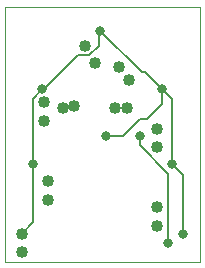
<source format=gbl>
G75*
%MOIN*%
%OFA0B0*%
%FSLAX24Y24*%
%IPPOS*%
%LPD*%
%AMOC8*
5,1,8,0,0,1.08239X$1,22.5*
%
%ADD10C,0.0000*%
%ADD11C,0.0400*%
%ADD12C,0.0317*%
%ADD13C,0.0060*%
D10*
X002392Y002517D02*
X002392Y011017D01*
X008892Y011017D01*
X008892Y002517D01*
X002392Y002517D01*
D11*
X002954Y002829D03*
X002954Y003454D03*
X003829Y004579D03*
X003829Y005204D03*
X003704Y007204D03*
X003704Y007829D03*
X004329Y007642D03*
X004704Y007704D03*
X006079Y007642D03*
X006454Y007642D03*
X006517Y008579D03*
X006204Y009017D03*
X005392Y009142D03*
X005079Y009704D03*
X007454Y006954D03*
X007454Y006329D03*
X007454Y004329D03*
X007454Y003704D03*
D12*
X007829Y003142D03*
X008329Y003454D03*
X007954Y005767D03*
X006892Y006704D03*
X005767Y006704D03*
X007642Y008267D03*
X005579Y010204D03*
X003642Y008267D03*
X003329Y005767D03*
D13*
X003329Y003829D01*
X002954Y003454D01*
X003329Y005767D02*
X003329Y007954D01*
X003642Y008267D01*
X003704Y008267D01*
X004829Y009392D01*
X005204Y009392D01*
X005517Y009704D01*
X005517Y010142D01*
X005579Y010204D01*
X006954Y008829D01*
X007079Y008829D01*
X007642Y008267D01*
X007642Y007767D01*
X007142Y007267D01*
X006892Y007267D01*
X006329Y006704D01*
X005767Y006704D01*
X006892Y006704D02*
X006892Y006392D01*
X007829Y005454D01*
X007829Y003142D01*
X008329Y003454D02*
X008329Y005392D01*
X007954Y005767D01*
X007954Y007954D01*
X007642Y008267D01*
M02*

</source>
